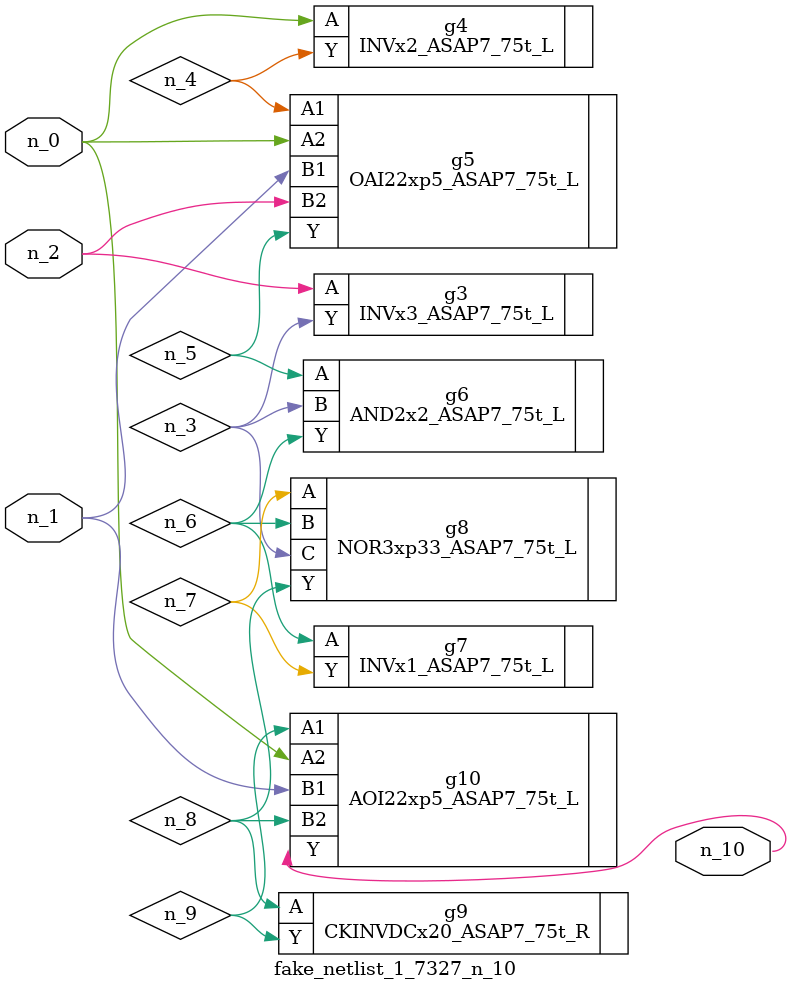
<source format=v>
module fake_netlist_1_7327_n_10 (n_1, n_2, n_0, n_10);
input n_1;
input n_2;
input n_0;
output n_10;
wire n_6;
wire n_4;
wire n_3;
wire n_9;
wire n_5;
wire n_7;
wire n_8;
INVx3_ASAP7_75t_L g3 ( .A(n_2), .Y(n_3) );
INVx2_ASAP7_75t_L g4 ( .A(n_0), .Y(n_4) );
OAI22xp5_ASAP7_75t_L g5 ( .A1(n_4), .A2(n_0), .B1(n_1), .B2(n_2), .Y(n_5) );
AND2x2_ASAP7_75t_L g6 ( .A(n_5), .B(n_3), .Y(n_6) );
INVx1_ASAP7_75t_L g7 ( .A(n_6), .Y(n_7) );
NOR3xp33_ASAP7_75t_L g8 ( .A(n_7), .B(n_6), .C(n_3), .Y(n_8) );
CKINVDCx20_ASAP7_75t_R g9 ( .A(n_8), .Y(n_9) );
AOI22xp5_ASAP7_75t_L g10 ( .A1(n_9), .A2(n_0), .B1(n_1), .B2(n_8), .Y(n_10) );
endmodule
</source>
